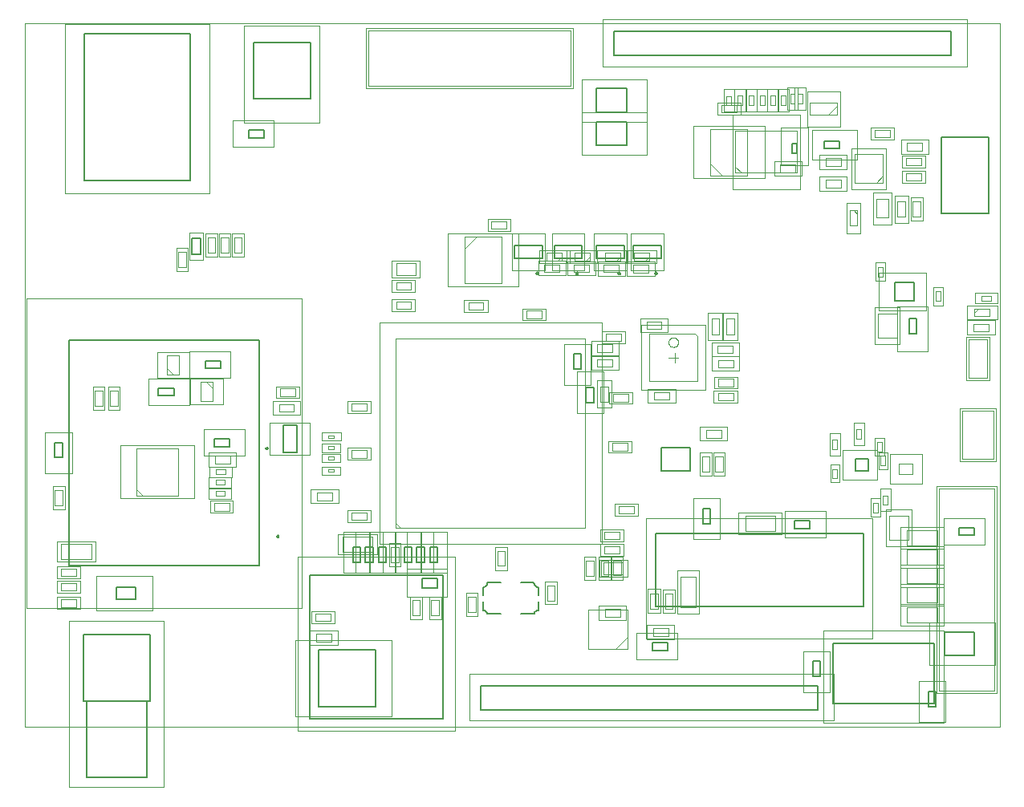
<source format=gko>
%FSTAX23Y23*%
%MOIN*%
%SFA1B1*%

%IPPOS*%
%ADD10C,0.007874*%
%ADD14C,0.003937*%
%ADD15C,0.005118*%
%ADD16C,0.007874*%
%ADD18C,0.000000*%
%ADD19C,0.001969*%
%LNshm_pcb-1*%
%LPD*%
G54D10*
X01055Y0079D02*
D01*
X01055Y0079*
X01055Y00791*
X01055Y00791*
X01054Y00791*
X01054Y00791*
X01054Y00792*
X01054Y00792*
X01054Y00792*
X01054Y00792*
X01054Y00793*
X01054Y00793*
X01053Y00793*
X01053Y00793*
X01053Y00793*
X01053Y00793*
X01052Y00794*
X01052Y00794*
X01052Y00794*
X01052Y00794*
X01051Y00794*
X01051Y00794*
X01051Y00794*
X01051*
X0105Y00794*
X0105Y00794*
X0105Y00794*
X01049Y00794*
X01049Y00794*
X01049Y00794*
X01049Y00793*
X01048Y00793*
X01048Y00793*
X01048Y00793*
X01048Y00793*
X01048Y00793*
X01047Y00792*
X01047Y00792*
X01047Y00792*
X01047Y00792*
X01047Y00791*
X01047Y00791*
X01047Y00791*
X01047Y00791*
X01047Y0079*
X01047Y0079*
X01047Y0079*
X01047Y0079*
X01047Y00789*
X01047Y00789*
X01047Y00789*
X01047Y00788*
X01047Y00788*
X01047Y00788*
X01047Y00788*
X01048Y00788*
X01048Y00787*
X01048Y00787*
X01048Y00787*
X01048Y00787*
X01049Y00787*
X01049Y00787*
X01049Y00786*
X01049Y00786*
X0105Y00786*
X0105Y00786*
X0105Y00786*
X01051Y00786*
X01051*
X01051Y00786*
X01051Y00786*
X01052Y00786*
X01052Y00786*
X01052Y00786*
X01052Y00787*
X01053Y00787*
X01053Y00787*
X01053Y00787*
X01053Y00787*
X01054Y00787*
X01054Y00788*
X01054Y00788*
X01054Y00788*
X01054Y00788*
X01054Y00788*
X01054Y00789*
X01054Y00789*
X01055Y00789*
X01055Y0079*
X01055Y0079*
X01055Y0079*
X01009Y01156D02*
D01*
X01009Y01156*
X01009Y01157*
X01009Y01157*
X01009Y01157*
X01009Y01158*
X01009Y01158*
X01009Y01158*
X01009Y01158*
X01009Y01159*
X01008Y01159*
X01008Y01159*
X01008Y01159*
X01008Y01159*
X01008Y01159*
X01007Y0116*
X01007Y0116*
X01007Y0116*
X01007Y0116*
X01006Y0116*
X01006Y0116*
X01006Y0116*
X01006Y0116*
X01005*
X01005Y0116*
X01005Y0116*
X01004Y0116*
X01004Y0116*
X01004Y0116*
X01004Y0116*
X01003Y0116*
X01003Y01159*
X01003Y01159*
X01003Y01159*
X01003Y01159*
X01002Y01159*
X01002Y01159*
X01002Y01158*
X01002Y01158*
X01002Y01158*
X01002Y01158*
X01002Y01157*
X01002Y01157*
X01002Y01157*
X01001Y01156*
X01001Y01156*
X01001Y01156*
X01002Y01156*
X01002Y01155*
X01002Y01155*
X01002Y01155*
X01002Y01155*
X01002Y01154*
X01002Y01154*
X01002Y01154*
X01002Y01154*
X01003Y01153*
X01003Y01153*
X01003Y01153*
X01003Y01153*
X01003Y01153*
X01004Y01153*
X01004Y01153*
X01004Y01152*
X01004Y01152*
X01005Y01152*
X01005Y01152*
X01005Y01152*
X01006*
X01006Y01152*
X01006Y01152*
X01006Y01152*
X01007Y01152*
X01007Y01153*
X01007Y01153*
X01007Y01153*
X01008Y01153*
X01008Y01153*
X01008Y01153*
X01008Y01153*
X01008Y01154*
X01009Y01154*
X01009Y01154*
X01009Y01154*
X01009Y01155*
X01009Y01155*
X01009Y01155*
X01009Y01155*
X01009Y01156*
X01009Y01156*
X01009Y01156*
X02133Y01883D02*
D01*
X02133Y01883*
X02133Y01884*
X02132Y01884*
X02132Y01884*
X02132Y01884*
X02132Y01885*
X02132Y01885*
X02132Y01885*
X02132Y01885*
X02132Y01885*
X02131Y01886*
X02131Y01886*
X02131Y01886*
X02131Y01886*
X02131Y01886*
X0213Y01887*
X0213Y01887*
X0213Y01887*
X0213Y01887*
X02129Y01887*
X02129Y01887*
X02129Y01887*
X02128*
X02128Y01887*
X02128Y01887*
X02128Y01887*
X02127Y01887*
X02127Y01887*
X02127Y01887*
X02127Y01886*
X02126Y01886*
X02126Y01886*
X02126Y01886*
X02126Y01886*
X02126Y01885*
X02125Y01885*
X02125Y01885*
X02125Y01885*
X02125Y01885*
X02125Y01884*
X02125Y01884*
X02125Y01884*
X02125Y01884*
X02125Y01883*
X02125Y01883*
X02125Y01883*
X02125Y01882*
X02125Y01882*
X02125Y01882*
X02125Y01882*
X02125Y01881*
X02125Y01881*
X02125Y01881*
X02125Y01881*
X02126Y0188*
X02126Y0188*
X02126Y0188*
X02126Y0188*
X02126Y0188*
X02127Y0188*
X02127Y01879*
X02127Y01879*
X02127Y01879*
X02128Y01879*
X02128Y01879*
X02128Y01879*
X02128Y01879*
X02129*
X02129Y01879*
X02129Y01879*
X0213Y01879*
X0213Y01879*
X0213Y01879*
X0213Y01879*
X02131Y0188*
X02131Y0188*
X02131Y0188*
X02131Y0188*
X02131Y0188*
X02132Y0188*
X02132Y01881*
X02132Y01881*
X02132Y01881*
X02132Y01881*
X02132Y01882*
X02132Y01882*
X02132Y01882*
X02133Y01882*
X02133Y01883*
X02133Y01883*
X02298D02*
D01*
X02298Y01883*
X02298Y01884*
X02298Y01884*
X02298Y01884*
X02298Y01884*
X02298Y01885*
X02297Y01885*
X02297Y01885*
X02297Y01885*
X02297Y01885*
X02297Y01886*
X02297Y01886*
X02296Y01886*
X02296Y01886*
X02296Y01886*
X02296Y01887*
X02295Y01887*
X02295Y01887*
X02295Y01887*
X02295Y01887*
X02294Y01887*
X02294Y01887*
X02294*
X02294Y01887*
X02293Y01887*
X02293Y01887*
X02293Y01887*
X02293Y01887*
X02292Y01887*
X02292Y01886*
X02292Y01886*
X02292Y01886*
X02291Y01886*
X02291Y01886*
X02291Y01885*
X02291Y01885*
X02291Y01885*
X02291Y01885*
X0229Y01885*
X0229Y01884*
X0229Y01884*
X0229Y01884*
X0229Y01884*
X0229Y01883*
X0229Y01883*
X0229Y01883*
X0229Y01882*
X0229Y01882*
X0229Y01882*
X0229Y01882*
X0229Y01881*
X02291Y01881*
X02291Y01881*
X02291Y01881*
X02291Y0188*
X02291Y0188*
X02291Y0188*
X02292Y0188*
X02292Y0188*
X02292Y0188*
X02292Y01879*
X02293Y01879*
X02293Y01879*
X02293Y01879*
X02293Y01879*
X02294Y01879*
X02294Y01879*
X02294*
X02294Y01879*
X02295Y01879*
X02295Y01879*
X02295Y01879*
X02295Y01879*
X02296Y01879*
X02296Y0188*
X02296Y0188*
X02296Y0188*
X02297Y0188*
X02297Y0188*
X02297Y0188*
X02297Y01881*
X02297Y01881*
X02297Y01881*
X02298Y01881*
X02298Y01882*
X02298Y01882*
X02298Y01882*
X02298Y01882*
X02298Y01883*
X02298Y01883*
X02473D02*
D01*
X02473Y01883*
X02473Y01884*
X02473Y01884*
X02473Y01884*
X02473Y01884*
X02473Y01885*
X02473Y01885*
X02473Y01885*
X02472Y01885*
X02472Y01885*
X02472Y01886*
X02472Y01886*
X02472Y01886*
X02471Y01886*
X02471Y01886*
X02471Y01887*
X02471Y01887*
X0247Y01887*
X0247Y01887*
X0247Y01887*
X0247Y01887*
X02469Y01887*
X02469*
X02469Y01887*
X02469Y01887*
X02468Y01887*
X02468Y01887*
X02468Y01887*
X02467Y01887*
X02467Y01886*
X02467Y01886*
X02467Y01886*
X02467Y01886*
X02466Y01886*
X02466Y01885*
X02466Y01885*
X02466Y01885*
X02466Y01885*
X02466Y01885*
X02465Y01884*
X02465Y01884*
X02465Y01884*
X02465Y01884*
X02465Y01883*
X02465Y01883*
X02465Y01883*
X02465Y01882*
X02465Y01882*
X02465Y01882*
X02465Y01882*
X02466Y01881*
X02466Y01881*
X02466Y01881*
X02466Y01881*
X02466Y0188*
X02466Y0188*
X02467Y0188*
X02467Y0188*
X02467Y0188*
X02467Y0188*
X02467Y01879*
X02468Y01879*
X02468Y01879*
X02468Y01879*
X02469Y01879*
X02469Y01879*
X02469Y01879*
X02469*
X0247Y01879*
X0247Y01879*
X0247Y01879*
X0247Y01879*
X02471Y01879*
X02471Y01879*
X02471Y0188*
X02471Y0188*
X02472Y0188*
X02472Y0188*
X02472Y0188*
X02472Y0188*
X02472Y01881*
X02473Y01881*
X02473Y01881*
X02473Y01881*
X02473Y01882*
X02473Y01882*
X02473Y01882*
X02473Y01882*
X02473Y01883*
X02473Y01883*
X02626D02*
D01*
X02626Y01883*
X02626Y01884*
X02626Y01884*
X02626Y01884*
X02626Y01884*
X02626Y01885*
X02625Y01885*
X02625Y01885*
X02625Y01885*
X02625Y01885*
X02625Y01886*
X02625Y01886*
X02624Y01886*
X02624Y01886*
X02624Y01886*
X02624Y01887*
X02623Y01887*
X02623Y01887*
X02623Y01887*
X02623Y01887*
X02622Y01887*
X02622Y01887*
X02622*
X02622Y01887*
X02621Y01887*
X02621Y01887*
X02621Y01887*
X0262Y01887*
X0262Y01887*
X0262Y01886*
X0262Y01886*
X0262Y01886*
X02619Y01886*
X02619Y01886*
X02619Y01885*
X02619Y01885*
X02619Y01885*
X02618Y01885*
X02618Y01885*
X02618Y01884*
X02618Y01884*
X02618Y01884*
X02618Y01884*
X02618Y01883*
X02618Y01883*
X02618Y01883*
X02618Y01882*
X02618Y01882*
X02618Y01882*
X02618Y01882*
X02618Y01881*
X02618Y01881*
X02619Y01881*
X02619Y01881*
X02619Y0188*
X02619Y0188*
X02619Y0188*
X0262Y0188*
X0262Y0188*
X0262Y0188*
X0262Y01879*
X0262Y01879*
X02621Y01879*
X02621Y01879*
X02621Y01879*
X02622Y01879*
X02622Y01879*
X02622*
X02622Y01879*
X02623Y01879*
X02623Y01879*
X02623Y01879*
X02623Y01879*
X02624Y01879*
X02624Y0188*
X02624Y0188*
X02624Y0188*
X02625Y0188*
X02625Y0188*
X02625Y0188*
X02625Y01881*
X02625Y01881*
X02625Y01881*
X02626Y01881*
X02626Y01882*
X02626Y01882*
X02626Y01882*
X02626Y01882*
X02626Y01883*
X02626Y01883*
X00381Y00529D02*
Y00578D01*
X0046*
Y00529D02*
Y00578D01*
X00381Y00529D02*
X0046D01*
X03752Y00083D02*
X03784D01*
X03752D02*
Y00146D01*
X03784*
Y00083D02*
Y00146D01*
X03274Y00208D02*
X03305D01*
X03274D02*
Y00271D01*
X03305*
Y00208D02*
Y00271D01*
X03261Y00823D02*
Y00855D01*
X03198Y00823D02*
X03261D01*
X03198D02*
Y00855D01*
X03261*
X02816Y00843D02*
X02847D01*
X02816D02*
Y00906D01*
X02847*
Y00843D02*
Y00906D01*
X0382Y00393D02*
X03945D01*
X0382Y00295D02*
Y00393D01*
Y00295D02*
X03945D01*
Y00393*
X02375Y02651D02*
X02501D01*
X02375Y02553D02*
Y02651D01*
Y02553D02*
X02501D01*
Y02651*
X02375Y02513D02*
X02501D01*
X02375Y02415D02*
Y02513D01*
Y02415D02*
X02501D01*
Y02513*
X01895Y0007D02*
X03295D01*
X01895D02*
Y0017D01*
X03295*
Y0007D02*
Y0017D01*
X02446Y02789D02*
X03846D01*
X02446D02*
Y02889D01*
X03846*
Y02789D02*
Y02889D01*
X0262Y00803D02*
X03482D01*
X0262Y00499D02*
Y00803D01*
Y00499D02*
X03482D01*
Y00803*
X02311Y01485D02*
Y01548D01*
X0228D02*
X02311D01*
X0228Y01485D02*
Y01548D01*
Y01485D02*
X02311D01*
X02331Y01345D02*
Y01408D01*
Y01345D02*
X02363D01*
Y01408*
X02331D02*
X02363D01*
X00257Y-00213D02*
Y00105D01*
Y-00213D02*
X00507D01*
Y00105*
X00244D02*
Y00381D01*
X00519*
Y00105D02*
Y00381D01*
X00244Y00105D02*
X00519D01*
X03776Y00096D02*
Y00344D01*
X03357Y00096D02*
X03776D01*
X03357D02*
Y00344D01*
X03776*
X03881Y00795D02*
X03944D01*
Y00826*
X03881D02*
X03944D01*
X03881Y00795D02*
Y00826D01*
X03613Y01846D02*
X03692D01*
X03613Y01767D02*
Y01846D01*
Y01767D02*
X03692D01*
Y01846*
X03673Y01633D02*
X03704D01*
Y01696*
X03673D02*
X03704D01*
X03673Y01633D02*
Y01696D01*
X0122Y00318D02*
X01456D01*
Y00082D02*
Y00318D01*
X0122Y00082D02*
X01456D01*
X0122D02*
Y00318D01*
X03807Y02133D02*
Y02448D01*
X04003*
Y02133D02*
Y02448D01*
X03807Y02133D02*
X04003D01*
X03187Y02421D02*
X03206D01*
Y02381D02*
Y02421D01*
X03187Y02381D02*
X03206D01*
X03187D02*
Y02421D01*
X00687Y0227D02*
Y02877D01*
X00246D02*
X00687D01*
X00246Y0227D02*
Y02877D01*
Y0227D02*
X00687D01*
X0095Y02607D02*
Y02843D01*
X01186*
Y02607D02*
Y02843D01*
X0095Y02607D02*
X01186D01*
X0093Y02478D02*
X00993D01*
Y02446D02*
Y02478D01*
X0093Y02446D02*
X00993D01*
X0093D02*
Y02478D01*
X03383Y02401D02*
Y02433D01*
X0332D02*
X03383D01*
X0332Y02401D02*
Y02433D01*
Y02401D02*
X03383D01*
X00849Y01163D02*
Y01195D01*
X00786Y01163D02*
X00849D01*
X00786D02*
Y01195D01*
X00849*
X01185Y0063D02*
X01736D01*
Y00031D02*
Y0063D01*
X01185Y00031D02*
X01736D01*
X01185D02*
Y0063D01*
X0075Y01487D02*
X00812D01*
Y01518*
X0075D02*
X00812D01*
X0075Y01487D02*
Y01518D01*
X00125Y01117D02*
X00156D01*
X00125D02*
Y0118D01*
X00156*
Y01117D02*
Y0118D01*
X00619Y01374D02*
Y01405D01*
X00555Y01374D02*
X00619D01*
X00555D02*
Y01405D01*
X00619*
X02607Y00316D02*
X0267D01*
Y00348*
X02607D02*
X0267D01*
X02607Y00316D02*
Y00348D01*
X01627Y00681D02*
Y00744D01*
Y00681D02*
X01659D01*
Y00744*
X01627D02*
X01659D01*
X01683D02*
X01714D01*
Y00681D02*
Y00744D01*
X01683Y00681D02*
X01714D01*
X01683D02*
Y00744D01*
X01364D02*
X01395D01*
Y00681D02*
Y00744D01*
X01364Y00681D02*
X01395D01*
X01364D02*
Y00744D01*
X01576D02*
X01608D01*
Y00681D02*
Y00744D01*
X01576Y00681D02*
X01608D01*
X01576D02*
Y00744D01*
X02644Y0116D02*
X02762D01*
X02644Y01062D02*
Y0116D01*
Y01062D02*
X02762D01*
Y0116*
X01651Y00616D02*
X01714D01*
Y00576D02*
Y00616D01*
X01651Y00576D02*
X01714D01*
X01651D02*
Y00616D01*
X03451Y01063D02*
X03502D01*
X03451D02*
Y01111D01*
X03502*
Y01063D02*
Y01111D01*
X0147Y00681D02*
Y00744D01*
Y00681D02*
X01501D01*
Y00744*
X0147D02*
X01501D01*
X01415Y00681D02*
Y00744D01*
Y00681D02*
X01446D01*
Y00744*
X01415D02*
X01446D01*
G54D14*
X0Y02923D02*
X04049D01*
Y0*
X0Y02923D02*
Y0D01*
X04049*
X02713Y01596D02*
D01*
X02713Y01597*
X02713Y01599*
X02713Y016*
X02713Y01601*
X02712Y01603*
X02712Y01604*
X02711Y01605*
X0271Y01606*
X0271Y01608*
X02709Y01609*
X02708Y0161*
X02707Y01611*
X02706Y01611*
X02705Y01612*
X02703Y01613*
X02702Y01614*
X02701Y01614*
X027Y01615*
X02698Y01615*
X02697Y01615*
X02696Y01616*
X02694Y01616*
X02693*
X02692Y01616*
X0269Y01615*
X02689Y01615*
X02688Y01615*
X02686Y01614*
X02685Y01614*
X02684Y01613*
X02683Y01612*
X02681Y01611*
X0268Y01611*
X02679Y0161*
X02679Y01609*
X02678Y01608*
X02677Y01606*
X02676Y01605*
X02676Y01604*
X02675Y01603*
X02675Y01601*
X02674Y016*
X02674Y01599*
X02674Y01597*
X02674Y01596*
X02674Y01595*
X02674Y01593*
X02674Y01592*
X02675Y01591*
X02675Y01589*
X02676Y01588*
X02676Y01587*
X02677Y01586*
X02678Y01584*
X02679Y01583*
X02679Y01582*
X0268Y01581*
X02681Y0158*
X02683Y0158*
X02684Y01579*
X02685Y01578*
X02686Y01578*
X02688Y01577*
X02689Y01577*
X0269Y01577*
X02692Y01576*
X02693Y01576*
X02694*
X02696Y01576*
X02697Y01577*
X02698Y01577*
X027Y01577*
X02701Y01578*
X02702Y01578*
X02703Y01579*
X02705Y0158*
X02706Y0158*
X02707Y01581*
X02708Y01582*
X02709Y01583*
X0271Y01584*
X0271Y01586*
X02711Y01587*
X02712Y01588*
X02712Y01589*
X02713Y01591*
X02713Y01592*
X02713Y01593*
X02713Y01595*
X02713Y01596*
X01213Y00972D02*
X01276D01*
Y0094D02*
Y00972D01*
X01213Y0094D02*
X01276D01*
X01213D02*
Y00972D01*
X02992Y00811D02*
Y00874D01*
X03118*
Y00811D02*
Y00874D01*
X02992Y00811D02*
X03118D01*
X01826Y02035D02*
X0198D01*
Y01842D02*
Y02035D01*
X01826Y01842D02*
X0198D01*
X01826D02*
Y02035D01*
Y01985D02*
X01876Y02035D01*
X02527Y01886D02*
Y01918D01*
Y01886D02*
X0259D01*
Y01918*
X02527D02*
X0259D01*
X02577Y01936D02*
X02592Y01951D01*
Y01936D02*
Y01967D01*
X02529D02*
X02592D01*
X02529Y01936D02*
Y01967D01*
Y01936D02*
X02592D01*
X02409D02*
X02472D01*
X02409D02*
Y01967D01*
X02472*
Y01936D02*
Y01967D01*
X02456Y01936D02*
X02472Y01951D01*
X01541Y00844D02*
X01561Y00824D01*
X01541D02*
X02328D01*
Y01612*
X01541D02*
X02328D01*
X01541Y00824D02*
Y01612D01*
X02852Y01694D02*
X02883D01*
Y0163D02*
Y01694D01*
X02852Y0163D02*
X02883D01*
X02852D02*
Y01694D01*
X02915D02*
X02946D01*
Y0163D02*
Y01694D01*
X02915Y0163D02*
X02946D01*
X02915D02*
Y01694D01*
X0294Y01551D02*
Y01582D01*
X02877Y01551D02*
X0294D01*
X02877D02*
Y01582D01*
X0294*
X02942Y01492D02*
Y01523D01*
X02879Y01492D02*
X02942D01*
X02879D02*
Y01523D01*
X02942*
X02377Y01556D02*
Y01587D01*
X0244*
Y01556D02*
Y01587D01*
X02377Y01556D02*
X0244D01*
X02377Y01494D02*
Y01526D01*
X0244*
Y01494D02*
Y01526D01*
X02377Y01494D02*
X0244D01*
X0239Y01413D02*
X02422D01*
Y0135D02*
Y01413D01*
X0239Y0135D02*
X02422D01*
X0239D02*
Y01413D01*
X02677Y01358D02*
Y01389D01*
X02614Y01358D02*
X02677D01*
X02614D02*
Y01389D01*
X02677*
X02724Y00622D02*
X02787D01*
Y00496D02*
Y00622D01*
X02724Y00496D02*
X02787D01*
X02724D02*
Y00622D01*
X02792Y01435D02*
Y01623D01*
X02595Y01435D02*
X02792D01*
X02783Y01631D02*
X02792Y01623D01*
X02595Y01435D02*
Y01631D01*
X02783*
X03798Y00147D02*
X04027D01*
X03798D02*
Y00987D01*
X04027*
Y00147D02*
Y00987D01*
X03791Y00433D02*
Y00496D01*
X03665Y00433D02*
X03791D01*
X03665D02*
Y00496D01*
X03791*
Y00515D02*
Y00578D01*
X03665Y00515D02*
X03791D01*
X03665D02*
Y00578D01*
X03791*
Y00594D02*
Y00657D01*
X03665Y00594D02*
X03791D01*
X03665D02*
Y00657D01*
X03791*
Y00673D02*
Y00736D01*
X03665Y00673D02*
X03791D01*
X03665D02*
Y00736D01*
X03791*
Y00751D02*
Y00814D01*
X03665Y00751D02*
X03791D01*
X03665D02*
Y00814D01*
X03791*
X03664Y02393D02*
X03727D01*
X03664D02*
Y02424D01*
X03727*
Y02393D02*
Y02424D01*
X03669Y00775D02*
Y00874D01*
X0359Y00775D02*
X03669D01*
X0359D02*
Y00874D01*
X03669*
X03785Y01767D02*
Y01807D01*
X03805*
Y01767D02*
Y01807D01*
X03785Y01767D02*
X03805D01*
X03541Y01141D02*
Y01181D01*
X03561*
Y01141D02*
Y01181D01*
X03541Y01141D02*
X03561D01*
X0321Y02629D02*
X0323D01*
X0321Y0259D02*
Y02629D01*
Y0259D02*
X0323D01*
Y02629*
X03179D02*
X03198D01*
X03179Y0259D02*
Y02629D01*
Y0259D02*
X03198D01*
Y02629*
X01211Y00384D02*
X01274D01*
Y00353D02*
Y00384D01*
X01211Y00353D02*
X01274D01*
X01211D02*
Y00384D01*
X01206Y00468D02*
X01269D01*
Y00437D02*
Y00468D01*
X01206Y00437D02*
X01269D01*
X01206D02*
Y00468D01*
X03631Y01049D02*
Y01092D01*
X03687*
Y01049D02*
Y01092D01*
X03631Y01049D02*
X03687D01*
X03622Y01616D02*
Y01714D01*
X03543Y01616D02*
X03622D01*
X03543D02*
Y01714D01*
X03622*
X03545Y01909D02*
X03564D01*
X03545Y0187D02*
Y01909D01*
Y0187D02*
X03564D01*
Y01909*
Y0096D02*
X03584D01*
X03564Y00921D02*
Y0096D01*
Y00921D02*
X03584D01*
Y0096*
X03525Y00929D02*
X03545D01*
X03525Y00889D02*
Y00929D01*
Y00889D02*
X03545D01*
Y00929*
X03161Y02582D02*
Y02622D01*
X03141Y02582D02*
X03161D01*
X03141D02*
Y02622D01*
X03161*
X03531Y02448D02*
X03594D01*
X03531D02*
Y0248D01*
X03594*
Y02448D02*
Y0248D01*
X03538Y02114D02*
X03587D01*
Y02192*
X03538D02*
X03587D01*
X03538Y02114D02*
Y02192D01*
X03657Y02118D02*
Y02181D01*
X03625Y02118D02*
X03657D01*
X03625D02*
Y02181D01*
X03657*
X0087Y01968D02*
Y02031D01*
X00901*
Y01968D02*
Y02031D01*
X0087Y01968D02*
X00901D01*
X00814D02*
Y02031D01*
X00846*
Y01968D02*
Y02031D01*
X00814Y01968D02*
X00846D01*
X00791D02*
Y02031D01*
X00759Y01968D02*
X00791D01*
X00759D02*
Y02031D01*
X00791*
X00637Y01909D02*
X00669D01*
Y01972*
X00637D02*
X00669D01*
X00637Y01909D02*
Y01972D01*
X02848Y02339D02*
X02898Y02289D01*
X02848D02*
Y02482D01*
X03001*
Y02289D02*
Y02482D01*
X02848Y02289D02*
X03001D01*
X02893Y02551D02*
X02956D01*
Y02582*
X02893D02*
X02956D01*
X02893Y02551D02*
Y02582D01*
X02951Y02301D02*
Y02474D01*
X03207*
Y02301D02*
Y02474D01*
X02951Y02301D02*
X03207D01*
X02951Y02326D02*
X02977Y02301D01*
X0296Y02582D02*
X0298D01*
Y02622*
X0296D02*
X0298D01*
X0296Y02582D02*
Y02622D01*
X02915Y02581D02*
X02935D01*
Y0262*
X02915D02*
X02935D01*
X02915Y02581D02*
Y0262D01*
X03007Y02582D02*
X03027D01*
Y02622*
X03007D02*
X03027D01*
X03007Y02582D02*
Y02622D01*
X03052D02*
X03072D01*
X03052Y02582D02*
Y02622D01*
Y02582D02*
X03072D01*
Y02622*
X03097D02*
X03117D01*
X03097Y02582D02*
Y02622D01*
Y02582D02*
X03117D01*
Y02622*
X02409Y00456D02*
Y00488D01*
Y00456D02*
X02472D01*
Y00488*
X02409D02*
X02472D01*
X03326Y0224D02*
Y02271D01*
Y0224D02*
X03389D01*
Y02271*
X03326D02*
X03389D01*
X0372Y02118D02*
Y02181D01*
X03688Y02118D02*
X0372D01*
X03688D02*
Y02181D01*
X0372*
X03661Y02298D02*
X03724D01*
Y02267D02*
Y02298D01*
X03661Y02267D02*
X03724D01*
X03661D02*
Y02298D01*
X0366Y02362D02*
X03723D01*
Y02331D02*
Y02362D01*
X0366Y02331D02*
X03723D01*
X0366D02*
Y02362D01*
X03442Y02144D02*
X03458Y02128D01*
X03427Y02144D02*
X03458D01*
X03427Y02081D02*
Y02144D01*
Y02081D02*
X03458D01*
Y02144*
X03536Y02259D02*
X03565Y02288D01*
X03447Y02259D02*
X03565D01*
X03447D02*
Y02377D01*
X03565*
Y02259D02*
Y02377D01*
X02083Y01727D02*
X02146D01*
Y01696D02*
Y01727D01*
X02083Y01696D02*
X02146D01*
X02083D02*
Y01727D01*
X03338Y02541D02*
X03375Y02578D01*
X03261Y02541D02*
X03375D01*
X03261D02*
Y02592D01*
X03375*
Y02541D02*
Y02592D01*
X0079Y01092D02*
X00853D01*
Y01124*
X0079D02*
X00853D01*
X0079Y01092D02*
Y01124D01*
X00463Y00985D02*
X00489Y00959D01*
X00463D02*
Y01156D01*
X00637*
Y00959D02*
Y01156D01*
X00463Y00959D02*
X00637D01*
X00792Y00958D02*
Y00978D01*
X00831*
Y00958D02*
Y00978D01*
X00792Y00958D02*
X00831D01*
X01605Y01814D02*
Y01846D01*
X01542D02*
X01605D01*
X01542Y01814D02*
Y01846D01*
Y01814D02*
X01605D01*
X01622Y01874D02*
Y01924D01*
X01543D02*
X01622D01*
X01543Y01874D02*
Y01924D01*
Y01874D02*
X01622D01*
X01445Y00724D02*
Y00787D01*
X01319D02*
X01445D01*
X01319Y00724D02*
Y00787D01*
Y00724D02*
X01445D01*
X03326Y02362D02*
X03389D01*
Y0233D02*
Y02362D01*
X03326Y0233D02*
X03389D01*
X03326D02*
Y02362D01*
X00323Y01331D02*
Y01394D01*
X00291D02*
X00323D01*
X00291Y01331D02*
Y01394D01*
Y01331D02*
X00323D01*
X00355Y01396D02*
X00387D01*
Y01333D02*
Y01396D01*
X00355Y01333D02*
X00387D01*
X00355D02*
Y01396D01*
X00149Y00496D02*
Y00528D01*
X00212*
Y00496D02*
Y00528D01*
X00149Y00496D02*
X00212D01*
X00149Y00596D02*
X00212D01*
X00149Y00564D02*
Y00596D01*
Y00564D02*
X00212D01*
Y00596*
X00149Y00624D02*
X00212D01*
Y00655*
X00149D02*
X00212D01*
X00149Y00624D02*
Y00655D01*
X01124Y01373D02*
Y01404D01*
X01061Y01373D02*
X01124D01*
X01061D02*
Y01404D01*
X01124*
X02001Y02067D02*
Y02098D01*
X01938D02*
X02001D01*
X01938Y02067D02*
Y02098D01*
Y02067D02*
X02001D01*
X0233Y01936D02*
X02346Y01951D01*
Y01936D02*
Y01967D01*
X02283D02*
X02346D01*
X02283Y01936D02*
Y01967D01*
Y01936D02*
X02346D01*
X01118Y01307D02*
Y01339D01*
X01056Y01307D02*
X01118D01*
X01056D02*
Y01339D01*
X01118*
X02405Y00633D02*
X02484D01*
X02405D02*
Y00683D01*
X02484*
Y00633D02*
Y00683D01*
X0247Y00718D02*
Y0075D01*
X02407D02*
X0247D01*
X02407Y00718D02*
Y0075D01*
Y00718D02*
X0247D01*
X02406Y00777D02*
Y00809D01*
Y00777D02*
X02469D01*
Y00809*
X02406D02*
X02469D01*
X04003Y01641D02*
Y01673D01*
X0394D02*
X04003D01*
X0394Y01641D02*
Y01673D01*
Y01641D02*
X04003D01*
X02444Y0135D02*
Y01381D01*
Y0135D02*
X02507D01*
Y01381*
X02444D02*
X02507D01*
X0261Y00407D02*
X02673D01*
X0261Y00375D02*
Y00407D01*
Y00375D02*
X02673D01*
Y00407*
X02645Y01651D02*
Y01682D01*
X02582Y01651D02*
X02645D01*
X02582D02*
Y01682D01*
X02645*
X02266Y02663D02*
Y02892D01*
X01427Y02663D02*
X02266D01*
X01427D02*
Y02892D01*
X02266*
X0392Y0145D02*
X03998D01*
X0392D02*
Y01608D01*
X03998*
Y0145D02*
Y01608D01*
X00795Y01048D02*
X00835D01*
Y01067*
X00795D02*
X00835D01*
X00795Y01048D02*
Y01067D01*
X03944Y01736D02*
X04007D01*
Y01704D02*
Y01736D01*
X03944Y01704D02*
X04007D01*
X03944D02*
Y01736D01*
Y0172D02*
X0396Y01736D01*
X04013Y01769D02*
Y01789D01*
X03974D02*
X04013D01*
X03974Y01769D02*
Y01789D01*
Y01769D02*
X04013D01*
X00792Y01004D02*
X00831D01*
Y01024*
X00792D02*
X00831D01*
X00792Y01004D02*
Y01024D01*
X02405Y01887D02*
Y01918D01*
Y01887D02*
X02468D01*
Y01918*
X02405D02*
X02468D01*
X02158Y0192D02*
X02221D01*
Y01889D02*
Y0192D01*
X02158Y01889D02*
X02221D01*
X02158D02*
Y0192D01*
X02281Y01919D02*
X02344D01*
Y01888D02*
Y01919D01*
X02281Y01888D02*
X02344D01*
X02281D02*
Y01919D01*
X01688Y00524D02*
X0172D01*
X01688Y00461D02*
Y00524D01*
Y00461D02*
X0172D01*
Y00524*
X0161D02*
X01641D01*
X0161Y00461D02*
Y00524D01*
Y00461D02*
X01641D01*
Y00524*
X01872Y00475D02*
Y00538D01*
X01841Y00475D02*
X01872D01*
X01841D02*
Y00538D01*
X01872*
X03455Y01196D02*
Y01235D01*
Y01196D02*
X03474D01*
Y01235*
X03455D02*
X03474D01*
X03355Y01152D02*
Y01192D01*
Y01152D02*
X03375D01*
Y01192*
X03355D02*
X03375D01*
X03575Y01084D02*
Y01124D01*
X03555D02*
X03575D01*
X03555Y01084D02*
Y01124D01*
Y01084D02*
X03575D01*
X03354Y01031D02*
X03374D01*
X03354D02*
Y0107D01*
X03374*
Y01031D02*
Y0107D01*
X01261Y01109D02*
Y01121D01*
X01284*
Y01109D02*
Y01121D01*
X01261Y01109D02*
X01284D01*
X01261Y01152D02*
Y01164D01*
X01284*
Y01152D02*
Y01164D01*
X01261Y01152D02*
X01284D01*
X02829Y012D02*
Y01232D01*
X02892*
Y012D02*
Y01232D01*
X02829Y012D02*
X02892D01*
X01261Y01198D02*
Y0121D01*
X01285*
Y01198D02*
Y0121D01*
X01261Y01198D02*
X01285D01*
X01261Y01057D02*
Y01068D01*
X01285*
Y01057D02*
Y01068D01*
X01261Y01057D02*
X01285D01*
X02868Y01059D02*
Y01122D01*
Y01059D02*
X02899D01*
Y01122*
X02868D02*
X02899D01*
X02814Y01058D02*
Y01121D01*
Y01058D02*
X02845D01*
Y01121*
X02814D02*
X02845D01*
X03137Y02334D02*
X032D01*
X03137Y02303D02*
Y02334D01*
Y02303D02*
X032D01*
Y02334*
X00731Y01431D02*
X0078D01*
X00731Y01352D02*
Y01431D01*
Y01352D02*
X0078D01*
Y01431*
X00754D02*
X0078Y01405D01*
X00591Y01462D02*
X0064D01*
Y01541*
X00591D02*
X0064D01*
X00591Y01462D02*
Y01541D01*
Y01488D02*
X00617Y01462D01*
X04025Y01111D02*
Y01311D01*
X03892D02*
X04025D01*
X03892Y01111D02*
Y01311D01*
Y01111D02*
X04025D01*
X00125Y00982D02*
X00157D01*
Y00919D02*
Y00982D01*
X00125Y00919D02*
X00157D01*
X00125D02*
Y00982D01*
X00786Y00896D02*
Y00928D01*
X00849*
Y00896D02*
Y00928D01*
X00786Y00896D02*
X00849D01*
X00151Y00695D02*
X00277D01*
Y00758*
X00151D02*
X00277D01*
X00151Y00695D02*
Y00758D01*
X01521Y00681D02*
X01553D01*
X01521D02*
Y00744D01*
X01553*
Y00681D02*
Y00744D01*
X02168Y01936D02*
X02231D01*
X02168D02*
Y01967D01*
X02231*
Y01936D02*
Y01967D01*
X02215Y01936D02*
X02231Y01951D01*
X02169Y00523D02*
Y00586D01*
X022*
Y00523D02*
Y00586D01*
X02169Y00523D02*
X022D01*
X01842Y01763D02*
X01905D01*
Y01732D02*
Y01763D01*
X01842Y01732D02*
X01905D01*
X01842D02*
Y01763D01*
X02413Y01633D02*
X02476D01*
Y01602D02*
Y01633D01*
X02413Y01602D02*
X02476D01*
X02413D02*
Y01633D01*
X0244Y01177D02*
X02503D01*
Y01145D02*
Y01177D01*
X0244Y01145D02*
X02503D01*
X0244D02*
Y01177D01*
X01994Y00667D02*
Y0073D01*
X01963Y00667D02*
X01994D01*
X01963D02*
Y0073D01*
X01994*
X02466Y00916D02*
X02529D01*
Y00885D02*
Y00916D01*
X02466Y00885D02*
X02529D01*
X02466D02*
Y00916D01*
X01542Y01735D02*
Y01766D01*
Y01735D02*
X01605D01*
Y01766*
X01542D02*
X01605D01*
X01421Y01311D02*
Y01342D01*
X01358D02*
X01421D01*
X01358Y01311D02*
Y01342D01*
Y01311D02*
X01421D01*
X0142Y01116D02*
Y01148D01*
X01357D02*
X0142D01*
X01357Y01116D02*
Y01148D01*
Y01116D02*
X0142D01*
X01421Y00858D02*
Y00889D01*
X01358D02*
X01421D01*
X01358Y00858D02*
Y00889D01*
Y00858D02*
X01421D01*
X02879Y01444D02*
X02942D01*
X02879Y01413D02*
Y01444D01*
Y01413D02*
X02942D01*
Y01444*
Y01354D02*
Y01385D01*
X02879Y01354D02*
X02942D01*
X02879D02*
Y01385D01*
X02942*
X02444Y00627D02*
X02476D01*
X02444D02*
Y00689D01*
X02476*
Y00627D02*
Y00689D01*
X02393Y00625D02*
X02425D01*
X02393D02*
Y00688D01*
X02425*
Y00625D02*
Y00688D01*
X0233Y00625D02*
X02362D01*
X0233D02*
Y00688D01*
X02362*
Y00625D02*
Y00688D01*
X0269Y0049D02*
Y00553D01*
X02659D02*
X0269D01*
X02659Y0049D02*
Y00553D01*
Y0049D02*
X0269D01*
X02597Y00553D02*
X02629D01*
Y0049D02*
Y00553D01*
X02597Y0049D02*
X02629D01*
X02597D02*
Y00553D01*
X0258Y00366D02*
X03521D01*
X0258D02*
Y00865D01*
X03521*
Y00366D02*
Y00865D01*
X02674Y01533D02*
X02713D01*
X02699Y01511D02*
Y01551D01*
X00185Y-00253D02*
Y0044D01*
X00578*
Y-00253D02*
Y0044D01*
X00185Y-00253D02*
X00578D01*
X03816Y00015D02*
Y00397D01*
X03318Y00015D02*
X03816D01*
X03318D02*
Y00397D01*
X03816*
X03548Y01885D02*
X03744D01*
X03548Y01728D02*
Y01885D01*
Y01728D02*
X03744D01*
Y01885*
X01122Y00358D02*
X01525D01*
Y00043D02*
Y00358D01*
X01122Y00043D02*
X01525D01*
X01122D02*
Y00358D01*
X03592Y01009D02*
Y01131D01*
X03726*
Y01009D02*
Y01131D01*
X03592Y01009D02*
X03726D01*
X00766Y02214D02*
Y02917D01*
X00167D02*
X00766D01*
X00167Y02214D02*
Y02917D01*
Y02214D02*
X00766D01*
X00911Y02508D02*
Y02912D01*
X01225*
Y02508D02*
Y02912D01*
X00911Y02508D02*
X01225D01*
X01135Y-00019D02*
X01787D01*
Y00705*
X01135D02*
X01787D01*
X01135Y-00019D02*
Y00705D01*
X01588Y00655D02*
X01753D01*
Y00537D02*
Y00655D01*
X01588Y00537D02*
X01753D01*
X01588D02*
Y00655D01*
X03396Y01024D02*
X03541D01*
X03396D02*
Y0115D01*
X03541*
Y01024D02*
Y0115D01*
G54D15*
X00184Y00669D02*
X00973D01*
X00184D02*
Y01604D01*
X00973*
Y00669D02*
Y01604D01*
X01072Y01251D02*
X01131D01*
Y01137D02*
Y01251D01*
X01072Y01137D02*
X01131D01*
X01072D02*
Y01251D01*
X00694Y02028D02*
X00731D01*
X00694Y01963D02*
X00731D01*
Y02028*
X00694Y01963D02*
Y02028D01*
X02034Y01946D02*
X02149D01*
X02034D02*
Y01997D01*
X02149*
Y01946D02*
Y01997D01*
X02314Y01946D02*
Y01997D01*
X02199D02*
X02314D01*
X02199Y01946D02*
Y01997D01*
Y01946D02*
X02314D01*
X02489D02*
Y01997D01*
X02374D02*
X02489D01*
X02374Y01946D02*
Y01997D01*
Y01946D02*
X02489D01*
X02642D02*
Y01997D01*
X02527D02*
X02642D01*
X02527Y01946D02*
Y01997D01*
Y01946D02*
X02642D01*
G54D16*
X01904Y0058D02*
D01*
X01905Y0058*
X01906Y0058*
X01907Y0058*
X01908Y0058*
X0191Y00581*
X01911Y00581*
X01912Y00582*
X01913Y00582*
X01914Y00583*
X01915Y00584*
X01916Y00585*
X01916Y00585*
X01917Y00586*
X01918Y00587*
X01918Y00588*
X01919Y00589*
X0192Y0059*
X0192Y00592*
X0192Y00593*
X01921Y00594*
X01921Y00595*
X01921Y00596*
X0192Y00597*
X02115D02*
D01*
X02115Y00596*
X02115Y00594*
X02116Y00593*
X02116Y00592*
X02116Y00591*
X02117Y0059*
X02117Y00589*
X02118Y00588*
X02118Y00587*
X02119Y00586*
X0212Y00585*
X02121Y00584*
X02122Y00583*
X02123Y00583*
X02124Y00582*
X02125Y00582*
X02126Y00581*
X02127Y00581*
X02128Y0058*
X02129Y0058*
X0213Y0058*
X02132Y0058*
X02132Y0058*
Y00483D02*
D01*
X02131Y00483*
X0213Y00483*
X02129Y00483*
X02128Y00483*
X02126Y00482*
X02125Y00482*
X02124Y00481*
X02123Y00481*
X02122Y0048*
X02121Y00479*
X0212Y00479*
X0212Y00478*
X02119Y00477*
X02118Y00476*
X02118Y00475*
X02117Y00474*
X02116Y00473*
X02116Y00472*
X02116Y00471*
X02116Y00469*
X02115Y00468*
X02115Y00467*
X02115Y00467*
X0192D02*
D01*
X0192Y00468*
X0192Y00469*
X0192Y0047*
X0192Y00471*
X01919Y00473*
X01919Y00474*
X01918Y00475*
X01918Y00476*
X01917Y00477*
X01916Y00478*
X01916Y00479*
X01915Y00479*
X01914Y0048*
X01913Y00481*
X01912Y00481*
X01911Y00482*
X0191Y00483*
X01909Y00483*
X01908Y00483*
X01906Y00483*
X01905Y00484*
X01904Y00484*
X01904Y00483*
X0192Y00597D02*
X01977D01*
X02059D02*
X02115D01*
X02132Y00544D02*
Y0058D01*
Y00483D02*
Y0052D01*
X02059Y00467D02*
X02115D01*
X0192D02*
X01977D01*
X01904Y00483D02*
Y0052D01*
Y00544D02*
Y0058D01*
G54D18*
X0234Y00321D02*
X02504D01*
Y00485*
X0234D02*
X02504D01*
X0234Y00321D02*
Y00485D01*
X02454D02*
X02466D01*
X02429D02*
X02441D01*
X02403D02*
X02415D01*
X02378D02*
X0239D01*
X0234Y00435D02*
Y00447D01*
Y0041D02*
Y00422D01*
Y00384D02*
Y00396D01*
Y00359D02*
Y00371D01*
X02378Y00321D02*
X0239D01*
X02403D02*
X02415D01*
X02429D02*
X02441D01*
X02454D02*
X02466D01*
X02504Y00359D02*
Y00371D01*
Y00384D02*
Y00396D01*
Y0041D02*
Y00422D01*
Y00435D02*
Y00447D01*
X02454Y00321D02*
X02504Y00371D01*
G54D19*
X00298Y00482D02*
Y00625D01*
X00529*
Y00482D02*
Y00625D01*
X00298Y00482D02*
X00529D01*
X01187Y00986D02*
X01302D01*
Y00927D02*
Y00986D01*
X01187Y00927D02*
X01302D01*
X01187D02*
Y00986D01*
X02964Y00797D02*
Y00887D01*
X03145*
Y00797D02*
Y00887D01*
X02964Y00797D02*
X03145D01*
X03713Y00017D02*
X03823D01*
X03713D02*
Y00188D01*
X03823*
Y00017D02*
Y00188D01*
X03235Y00142D02*
X03345D01*
X03235D02*
Y00312D01*
X03345*
Y00142D02*
Y00312D01*
X03327Y00784D02*
Y00894D01*
X03157Y00784D02*
X03327D01*
X03157D02*
Y00894D01*
X03327*
X02776Y00777D02*
X02886D01*
X02776D02*
Y00948D01*
X02886*
Y00777D02*
Y00948D01*
X03758Y00433D02*
X04029D01*
X03758Y00255D02*
Y00433D01*
Y00255D02*
X04029D01*
Y00433*
X02314Y0269D02*
X02584D01*
X02314Y02513D02*
Y0269D01*
Y02513D02*
X02584D01*
Y0269*
X02314Y02553D02*
X02584D01*
X02314Y02375D02*
Y02553D01*
Y02375D02*
X02584D01*
Y02553*
X01756Y02047D02*
X0205D01*
Y0183D02*
Y02047D01*
X01756Y0183D02*
X0205D01*
X01756D02*
Y02047D01*
X02501Y01872D02*
Y01931D01*
Y01872D02*
X02616D01*
Y01931*
X02501D02*
X02616D01*
X02624Y01924D02*
Y01979D01*
X02498D02*
X02624D01*
X02498Y01924D02*
Y01979D01*
Y01924D02*
X02624D01*
X02377D02*
X02503D01*
X02377D02*
Y01979D01*
X02503*
Y01924D02*
Y01979D01*
X01848Y00024D02*
X03361D01*
X01848D02*
Y00218D01*
X03361*
Y00024D02*
Y00218D01*
X02399Y02742D02*
X03912D01*
X02399D02*
Y02937D01*
X03912*
Y02742D02*
Y02937D01*
X01473Y00757D02*
X02396D01*
Y01679*
X01473D02*
X02396D01*
X01473Y00757D02*
Y01679D01*
X02838Y01719D02*
X02897D01*
Y01605D02*
Y01719D01*
X02838Y01605D02*
X02897D01*
X02838D02*
Y01719D01*
X02901D02*
X0296D01*
Y01605D02*
Y01719D01*
X02901Y01605D02*
X0296D01*
X02901D02*
Y01719D01*
X02966Y01537D02*
Y01596D01*
X02852Y01537D02*
X02966D01*
X02852D02*
Y01596D01*
X02966*
X02968Y01478D02*
Y01537D01*
X02854Y01478D02*
X02968D01*
X02854D02*
Y01537D01*
X02968*
X02352Y01542D02*
Y01601D01*
X02466*
Y01542D02*
Y01601D01*
X02352Y01542D02*
X02466D01*
X02352Y01481D02*
Y0154D01*
X02466*
Y01481D02*
Y0154D01*
X02352Y01481D02*
X02466D01*
X02351Y01419D02*
Y01589D01*
X0224D02*
X02351D01*
X0224Y01419D02*
Y01589D01*
Y01419D02*
X02351D01*
X02292Y01303D02*
Y01474D01*
Y01303D02*
X02402D01*
Y01474*
X02292D02*
X02402D01*
X02377Y01438D02*
X02436D01*
Y01324D02*
Y01438D01*
X02377Y01324D02*
X02436D01*
X02377D02*
Y01438D01*
X02702Y01344D02*
Y01403D01*
X02588Y01344D02*
X02702D01*
X02588D02*
Y01403D01*
X02702*
X0271Y0065D02*
X02801D01*
Y00468D02*
Y0065D01*
X0271Y00468D02*
X02801D01*
X0271D02*
Y0065D01*
X01149Y00493D02*
Y0178D01*
X00007D02*
X01149D01*
X00007Y00493D02*
Y0178D01*
Y00493D02*
X01149D01*
X02827Y01399D02*
Y01667D01*
X0256Y01399D02*
Y01667D01*
X02827*
X0256Y01399D02*
X02827D01*
X03788Y00137D02*
X04037D01*
X03788D02*
Y00997D01*
X04037*
Y00137D02*
Y00997D01*
X03818Y00419D02*
Y00509D01*
X03637Y00419D02*
X03818D01*
X03637D02*
Y00509D01*
X03818*
Y00501D02*
Y00592D01*
X03637Y00501D02*
X03818D01*
X03637D02*
Y00592D01*
X03818*
Y0058D02*
Y00671D01*
X03637Y0058D02*
X03818D01*
X03637D02*
Y00671D01*
X03818*
Y00659D02*
Y0075D01*
X03637Y00659D02*
X03818D01*
X03637D02*
Y0075D01*
X03818*
X03816Y00755D02*
X03986D01*
Y00866*
X03816D02*
X03986D01*
X03816Y00755D02*
Y00866D01*
X03818Y00738D02*
Y00828D01*
X03637Y00738D02*
X03818D01*
X03637D02*
Y00828D01*
X03818*
X01018Y01127D02*
X01184D01*
Y01261*
X01018D02*
X01184D01*
X01018Y01127D02*
Y01261D01*
X03639Y02379D02*
X03753D01*
X03639D02*
Y02438D01*
X03753*
Y02379D02*
Y02438D01*
X03683Y00747D02*
Y00902D01*
X03576Y00747D02*
X03683D01*
X03576D02*
Y00902D01*
X03683*
X03775Y01749D02*
Y01824D01*
X03815*
Y01749D02*
Y01824D01*
X03775Y01749D02*
X03815D01*
X03531Y01124D02*
Y01198D01*
X03571*
Y01124D02*
Y01198D01*
X03531Y01124D02*
X03571D01*
X03625Y01559D02*
X03751D01*
Y01746*
X03625D02*
X03751D01*
X03625Y01559D02*
Y01746D01*
X03198Y02656D02*
X03242D01*
X03198Y02563D02*
Y02656D01*
Y02563D02*
X03242D01*
Y02656*
X03167D02*
X0321D01*
X03167Y02563D02*
Y02656D01*
Y02563D02*
X0321D01*
Y02656*
X01185Y00398D02*
X013D01*
Y00339D02*
Y00398D01*
X01185Y00339D02*
X013D01*
X01185D02*
Y00398D01*
X0119Y00477D02*
X01286D01*
Y00428D02*
Y00477D01*
X0119Y00428D02*
X01286D01*
X0119D02*
Y00477D01*
X03635Y01587D02*
Y01743D01*
X03529Y01587D02*
X03635D01*
X03529D02*
Y01743D01*
X03635*
X03535Y01927D02*
X03575D01*
X03535Y01851D02*
Y01927D01*
Y01851D02*
X03575D01*
Y01927*
X03553Y00987D02*
X03596D01*
X03553Y00894D02*
Y00987D01*
Y00894D02*
X03596D01*
Y00987*
X03515Y00947D02*
X03555D01*
X03515Y00872D02*
Y00947D01*
Y00872D02*
X03555D01*
Y00947*
X03173Y02556D02*
Y02648D01*
X03129Y02556D02*
X03173D01*
X03129D02*
Y02648D01*
X03173*
X03514Y0244D02*
X03611D01*
X03514D02*
Y02488D01*
X03611*
Y0244D02*
Y02488D01*
X03525Y02086D02*
X036D01*
Y0222*
X03525D02*
X036D01*
X03525Y02086D02*
Y0222D01*
X03671Y02092D02*
Y02206D01*
X03612Y02092D02*
X03671D01*
X03612D02*
Y02206D01*
X03671*
X00861Y01951D02*
Y02048D01*
X0091*
Y01951D02*
Y02048D01*
X00861Y01951D02*
X0091D01*
X00806D02*
Y02048D01*
X00855*
Y01951D02*
Y02048D01*
X00806Y01951D02*
X00855D01*
X008D02*
Y02048D01*
X00751Y01951D02*
X008D01*
X00751D02*
Y02048D01*
X008*
X00683Y01939D02*
X00741D01*
X00683Y02052D02*
X00741D01*
Y01939D02*
Y02052D01*
X00683Y01939D02*
Y02052D01*
X00629Y01892D02*
X00677D01*
Y01988*
X00629D02*
X00677D01*
X00629Y01892D02*
Y01988D01*
X02778Y02277D02*
Y02494D01*
X03072*
Y02277D02*
Y02494D01*
X02778Y02277D02*
X03072D01*
X02877Y02542D02*
X02973D01*
Y02591*
X02877D02*
X02973D01*
X02877Y02542D02*
Y02591D01*
X03139Y02488D02*
X03253D01*
Y02332D02*
Y02488D01*
X03139Y02332D02*
X03253D01*
X03139D02*
Y02488D01*
X0294Y02233D02*
Y02542D01*
X03219*
Y02233D02*
Y02542D01*
X0294Y02233D02*
X03219D01*
X02948Y02556D02*
X02992D01*
Y02648*
X02948D02*
X02992D01*
X02948Y02556D02*
Y02648D01*
X02903Y02555D02*
X02946D01*
Y02647*
X02903D02*
X02946D01*
X02903Y02555D02*
Y02647D01*
X02996Y02556D02*
X03039D01*
Y02648*
X02996D02*
X03039D01*
X02996Y02556D02*
Y02648D01*
X0304D02*
X03083D01*
X0304Y02556D02*
Y02648D01*
Y02556D02*
X03083D01*
Y02648*
X03085D02*
X03128D01*
X03085Y02556D02*
Y02648D01*
Y02556D02*
X03128D01*
Y02648*
X00864Y02517D02*
X01035D01*
Y02407D02*
Y02517D01*
X00864Y02407D02*
X01035D01*
X00864D02*
Y02517D01*
X02383Y00442D02*
Y00501D01*
Y00442D02*
X02498D01*
Y00501*
X02383D02*
X02498D01*
X03301Y02226D02*
Y02285D01*
Y02226D02*
X03415D01*
Y02285*
X03301D02*
X03415D01*
X03457Y02354D02*
Y0248D01*
X03271D02*
X03457D01*
X03271Y02354D02*
Y0248D01*
Y02354D02*
X03457D01*
X03729Y02101D02*
Y02198D01*
X0368Y02101D02*
X03729D01*
X0368D02*
Y02198D01*
X03729*
X03645Y02307D02*
X03741D01*
Y02258D02*
Y02307D01*
X03645Y02258D02*
X03741D01*
X03645D02*
Y02307D01*
X03643Y02371D02*
X0374D01*
Y02322D02*
Y02371D01*
X03643Y02322D02*
X0374D01*
X03643D02*
Y02371D01*
X03415Y02175D02*
X0347D01*
X03415Y02049D02*
Y02175D01*
Y02049D02*
X0347D01*
Y02175*
X03434Y02233D02*
X03578D01*
X03434D02*
Y02403D01*
X03578*
Y02233D02*
Y02403D01*
X02067Y01736D02*
X02162D01*
Y01687D02*
Y01736D01*
X02067Y01687D02*
X02162D01*
X02067D02*
Y01736D01*
X02024Y01896D02*
X02159D01*
X02024D02*
Y02047D01*
X02159*
Y01896D02*
Y02047D01*
X0325Y02493D02*
X03387D01*
X0325D02*
Y0264D01*
X03387*
Y02493D02*
Y0264D01*
X00764Y01079D02*
X00878D01*
Y01138*
X00764D02*
X00878D01*
X00764Y01079D02*
Y01138D01*
X00396Y00947D02*
Y01168D01*
X00705*
Y00947D02*
Y01168D01*
X00396Y00947D02*
X00705D01*
X00915Y01124D02*
Y01234D01*
X00745Y01124D02*
X00915D01*
X00745D02*
Y01234D01*
X00915*
X00765Y00946D02*
Y0099D01*
X00858*
Y00946D02*
Y0099D01*
X00765Y00946D02*
X00858D01*
X01621Y01806D02*
Y01855D01*
X01525D02*
X01621D01*
X01525Y01806D02*
Y01855D01*
Y01806D02*
X01621D01*
X0164Y01864D02*
Y01934D01*
X01525D02*
X0164D01*
X01525Y01864D02*
Y01934D01*
Y01864D02*
X0164D01*
X01463Y00714D02*
Y00798D01*
X01301D02*
X01463D01*
X01301Y00714D02*
Y00798D01*
Y00714D02*
X01463D01*
X03301Y02375D02*
X03415D01*
Y02316D02*
Y02375D01*
X03301Y02316D02*
X03415D01*
X03301D02*
Y02375D01*
X00684Y01448D02*
X00854D01*
Y01558*
X00684D02*
X00854D01*
X00684Y01448D02*
Y01558D01*
X00331Y01314D02*
Y01411D01*
X00283D02*
X00331D01*
X00283Y01314D02*
Y01411D01*
Y01314D02*
X00331D01*
X00346Y01412D02*
X00395D01*
Y01316D02*
Y01412D01*
X00346Y01316D02*
X00395D01*
X00346D02*
Y01412D01*
X00085Y01051D02*
X00196D01*
X00085D02*
Y01222D01*
X00196*
Y01051D02*
Y01222D01*
X00685Y01334D02*
Y01444D01*
X00514Y01334D02*
X00685D01*
X00514D02*
Y01444D01*
X00685*
X00133Y00488D02*
Y00537D01*
X00229*
Y00488D02*
Y00537D01*
X00133Y00488D02*
X00229D01*
X00133Y00605D02*
X00229D01*
X00133Y00556D02*
Y00605D01*
Y00556D02*
X00229D01*
Y00605*
X00133Y00615D02*
X00229D01*
Y00664*
X00133D02*
X00229D01*
X00133Y00615D02*
Y00664D01*
X0114Y01364D02*
Y01413D01*
X01044Y01364D02*
X0114D01*
X01044D02*
Y01413D01*
X0114*
X02018Y02058D02*
Y02107D01*
X01922D02*
X02018D01*
X01922Y02058D02*
Y02107D01*
Y02058D02*
X02018D01*
X02377Y01924D02*
Y01979D01*
X02251D02*
X02377D01*
X02251Y01924D02*
Y01979D01*
Y01924D02*
X02377D01*
X01144Y01294D02*
Y01353D01*
X0103Y01294D02*
X01144D01*
X0103D02*
Y01353D01*
X01144*
X02387Y00623D02*
X02502D01*
X02387D02*
Y00693D01*
X02502*
Y00623D02*
Y00693D01*
X02487Y00709D02*
Y00758D01*
X0239D02*
X02487D01*
X0239Y00709D02*
Y00758D01*
Y00709D02*
X02487D01*
X0239Y00768D02*
Y00817D01*
Y00768D02*
X02486D01*
Y00817*
X0239D02*
X02486D01*
X02541Y00277D02*
X02711D01*
Y00387*
X02541D02*
X02711D01*
X02541Y00277D02*
Y00387D01*
X01588Y0064D02*
Y0081D01*
Y0064D02*
X01698D01*
Y0081*
X01588D02*
X01698D01*
X01643D02*
X01753D01*
Y0064D02*
Y0081D01*
X01643Y0064D02*
X01753D01*
X01643D02*
Y0081D01*
X01324D02*
X01435D01*
Y0064D02*
Y0081D01*
X01324Y0064D02*
X01435D01*
X01324D02*
Y0081D01*
X01537D02*
X01647D01*
Y0064D02*
Y0081D01*
X01537Y0064D02*
X01647D01*
X01537D02*
Y0081D01*
X04029Y01627D02*
Y01687D01*
X03915D02*
X04029D01*
X03915Y01627D02*
Y01687D01*
Y01627D02*
X04029D01*
X02428Y01341D02*
Y0139D01*
Y01341D02*
X02524D01*
Y0139*
X02428D02*
X02524D01*
X02584Y00421D02*
X02698D01*
X02584Y00362D02*
Y00421D01*
Y00362D02*
X02698D01*
Y00421*
X02671Y01637D02*
Y01696D01*
X02557Y01637D02*
X02671D01*
X02557D02*
Y01696D01*
X02671*
X02276Y02653D02*
Y02901D01*
X01417Y02653D02*
X02276D01*
X01417D02*
Y02901D01*
X02276*
X0391Y0144D02*
X04008D01*
X0391D02*
Y01618D01*
X04008*
Y0144D02*
Y01618D01*
X00768Y01036D02*
X00861D01*
Y01079*
X00768D02*
X00861D01*
X00768Y01036D02*
Y01079D01*
X03913Y01748D02*
X04039D01*
Y01692D02*
Y01748D01*
X03913Y01692D02*
X04039D01*
X03913D02*
Y01748D01*
X0404Y01757D02*
Y01801D01*
X03948D02*
X0404D01*
X03948Y01757D02*
Y01801D01*
Y01757D02*
X0404D01*
X00765Y00992D02*
X00858D01*
Y01035*
X00765D02*
X00858D01*
X00765Y00992D02*
Y01035D01*
X02379Y01873D02*
Y01932D01*
Y01873D02*
X02493D01*
Y01932*
X02379D02*
X02493D01*
X02133Y01934D02*
X02247D01*
Y01875D02*
Y01934D01*
X02133Y01875D02*
X02247D01*
X02133D02*
Y01934D01*
X02255Y01933D02*
X0237D01*
Y01874D02*
Y01933D01*
X02255Y01874D02*
X0237D01*
X02255D02*
Y01933D01*
X0168Y0054D02*
X01729D01*
X0168Y00445D02*
Y0054D01*
Y00445D02*
X01729D01*
Y0054*
X01601D02*
X0165D01*
X01601Y00445D02*
Y0054D01*
Y00445D02*
X0165D01*
Y0054*
X01881Y00459D02*
Y00555D01*
X01832Y00459D02*
X01881D01*
X01832D02*
Y00555D01*
X01881*
X03443Y01169D02*
Y01261D01*
Y01169D02*
X03486D01*
Y01261*
X03443D02*
X03486D01*
X03344Y01126D02*
Y01218D01*
Y01126D02*
X03387D01*
Y01218*
X03344D02*
X03387D01*
X03584Y01068D02*
Y0114D01*
X03547D02*
X03584D01*
X03547Y01068D02*
Y0114D01*
Y01068D02*
X03584D01*
X03346Y01015D02*
X03382D01*
X03346D02*
Y01087D01*
X03382*
Y01015D02*
Y01087D01*
X01234Y01097D02*
Y01132D01*
X01311*
Y01097D02*
Y01132D01*
X01234Y01097D02*
X01311D01*
X01234Y0114D02*
Y01176D01*
X01311*
Y0114D02*
Y01176D01*
X01234Y0114D02*
X01311D01*
X02804Y01187D02*
Y01246D01*
X02918*
Y01187D02*
Y01246D01*
X02804Y01187D02*
X02918D01*
X01235D02*
Y01222D01*
X01312*
Y01187D02*
Y01222D01*
X01235Y01187D02*
X01312D01*
X01234Y01045D02*
Y0108D01*
X01311*
Y01045D02*
Y0108D01*
X01234Y01045D02*
X01311D01*
X02324Y01896D02*
Y02047D01*
X02189D02*
X02324D01*
X02189Y01896D02*
Y02047D01*
Y01896D02*
X02324D01*
X02499D02*
Y02047D01*
X02364D02*
X02499D01*
X02364Y01896D02*
Y02047D01*
Y01896D02*
X02499D01*
X02652D02*
Y02047D01*
X02517D02*
X02652D01*
X02517Y01896D02*
Y02047D01*
Y01896D02*
X02652D01*
X02859Y01043D02*
Y01139D01*
Y01043D02*
X02908D01*
Y01139*
X02859D02*
X02908D01*
X02805Y01042D02*
Y01138D01*
Y01042D02*
X02854D01*
Y01138*
X02805D02*
X02854D01*
X03112Y02348D02*
X03226D01*
X03112Y02289D02*
Y02348D01*
Y02289D02*
X03226D01*
Y02348*
X00688Y01444D02*
X00822D01*
X00688Y01338D02*
Y01444D01*
Y01338D02*
X00822D01*
Y01444*
X00549Y01448D02*
X00683D01*
Y01555*
X00549D02*
X00683D01*
X00549Y01448D02*
Y01555D01*
X04035Y01101D02*
Y01321D01*
X03882D02*
X04035D01*
X03882Y01101D02*
Y01321D01*
Y01101D02*
X04035D01*
X00117Y00999D02*
X00166D01*
Y00902D02*
Y00999D01*
X00117Y00902D02*
X00166D01*
X00117D02*
Y00999D01*
X00769Y00888D02*
Y00937D01*
X00865*
Y00888D02*
Y00937D01*
X00769Y00888D02*
X00865D01*
X00133Y00685D02*
X00295D01*
Y00768*
X00133D02*
X00295D01*
X00133Y00685D02*
Y00768D01*
X01512Y00664D02*
X01561D01*
X01512D02*
Y00761D01*
X01561*
Y00664D02*
Y00761D01*
X01431Y0064D02*
Y0081D01*
Y0064D02*
X01541D01*
Y0081*
X01431D02*
X01541D01*
X01375Y0064D02*
Y0081D01*
Y0064D02*
X01486D01*
Y0081*
X01375D02*
X01486D01*
X02136Y01924D02*
X02262D01*
X02136D02*
Y01979D01*
X02262*
Y01924D02*
Y01979D01*
X0216Y00507D02*
Y00603D01*
X02209*
Y00507D02*
Y00603D01*
X0216Y00507D02*
X02209D01*
X01825Y01772D02*
X01922D01*
Y01723D02*
Y01772D01*
X01825Y01723D02*
X01922D01*
X01825D02*
Y01772D01*
X02396Y01642D02*
X02492D01*
Y01593D02*
Y01642D01*
X02396Y01593D02*
X02492D01*
X02396D02*
Y01642D01*
X02424Y01185D02*
X0252D01*
Y01137D02*
Y01185D01*
X02424Y01137D02*
X0252D01*
X02424D02*
Y01185D01*
X02003Y0065D02*
Y00746D01*
X01954Y0065D02*
X02003D01*
X01954D02*
Y00746D01*
X02003*
X0245Y00925D02*
X02546D01*
Y00876D02*
Y00925D01*
X0245Y00876D02*
X02546D01*
X0245D02*
Y00925D01*
X01525Y01726D02*
Y01775D01*
Y01726D02*
X01621D01*
Y01775*
X01525D02*
X01621D01*
X01437Y01302D02*
Y01351D01*
X01341D02*
X01437D01*
X01341Y01302D02*
Y01351D01*
Y01302D02*
X01437D01*
X01436Y01108D02*
Y01157D01*
X0134D02*
X01436D01*
X0134Y01108D02*
Y01157D01*
Y01108D02*
X01436D01*
X01437Y00849D02*
Y00898D01*
X01341D02*
X01437D01*
X01341Y00849D02*
Y00898D01*
Y00849D02*
X01437D01*
X02863Y01453D02*
X02959D01*
X02863Y01404D02*
Y01453D01*
Y01404D02*
X02959D01*
Y01453*
X02961Y01344D02*
Y01396D01*
X02861Y01344D02*
X02961D01*
X02861D02*
Y01396D01*
X02961*
X02436Y0061D02*
X02485D01*
X02436D02*
Y00706D01*
X02485*
Y0061D02*
Y00706D01*
X02385Y00609D02*
X02433D01*
X02385D02*
Y00705D01*
X02433*
Y00609D02*
Y00705D01*
X02322Y00609D02*
X0237D01*
X02322D02*
Y00705D01*
X0237*
Y00609D02*
Y00705D01*
X02699Y00473D02*
Y00569D01*
X0265D02*
X02699D01*
X0265Y00473D02*
Y00569D01*
Y00473D02*
X02699D01*
X02587Y00571D02*
X02639D01*
Y00471D02*
Y00571D01*
X02587Y00471D02*
X02639D01*
X02587D02*
Y00571D01*
M02*
</source>
